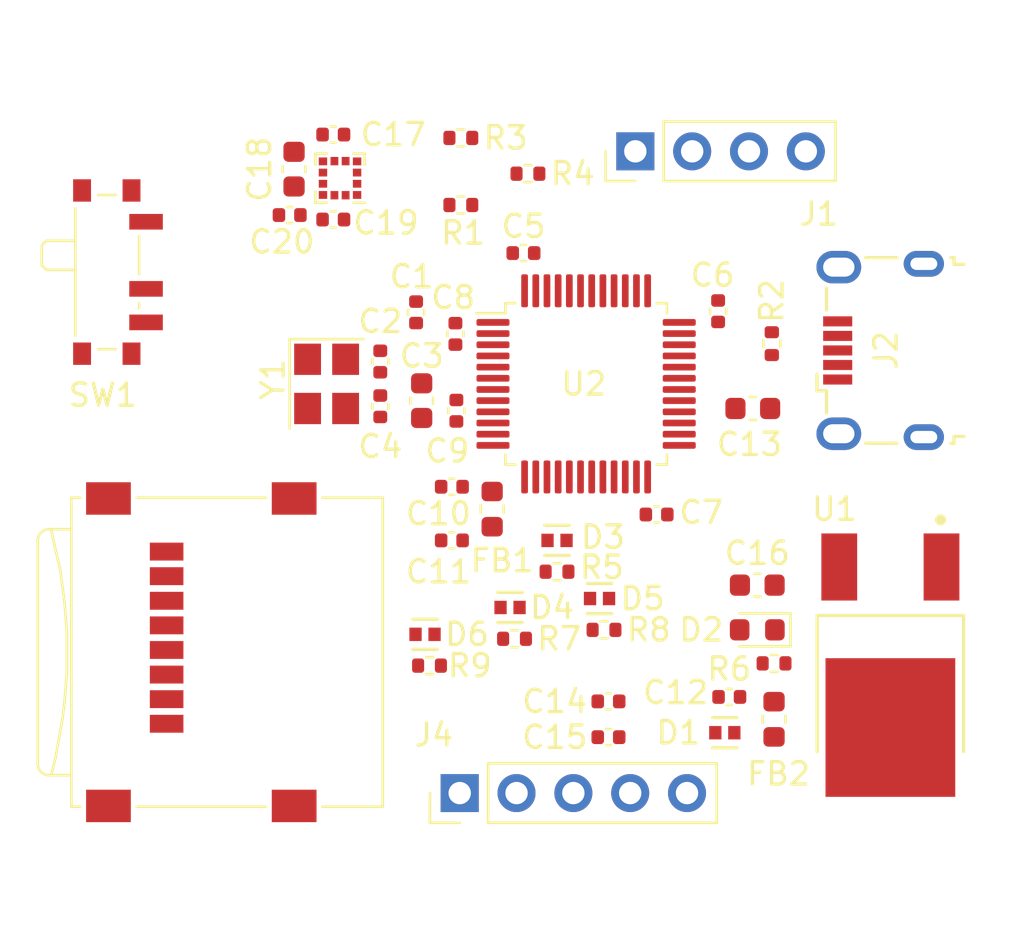
<source format=kicad_pcb>
(kicad_pcb (version 20211014) (generator pcbnew)
  (layers (0 "F.Cu" signal) (31 "B.Cu" power) (34 "B.Paste" user) (35 "F.Paste" user) (36 "B.SilkS" user "B.Silkscreen") (37 "F.SilkS" user "F.Silkscreen") (38 "B.Mask" user) (39 "F.Mask" user) (44 "Edge.Cuts" user))
  (net 0 "")
  (net 1 "/NRST")
  (net 2 "GND")
  (net 3 "/HSE_IN")
  (net 4 "+3V3")
  (net 5 "/HSE_OUT")
  (net 6 "+3.3VA")
  (net 7 "VBUS")
  (net 8 "/SD_VDD")
  (net 9 "Net-(C17-Pad1)")
  (net 10 "/PWR_LED")
  (net 11 "SD_MISO")
  (net 12 "SD_SCK")
  (net 13 "SD_MOSI")
  (net 14 "SD_SS")
  (net 15 "/SWCLK")
  (net 16 "/SWDIO")
  (net 17 "/USB_D-")
  (net 18 "/USB_D+")
  (net 24 "/GPIO_1")
  (net 25 "/GPIO_2")
  (net 26 "/GPIO_3")
  (net 27 "/SW_BOOT0")
  (net 28 "/BOOT0")
  (net 29 "IMU_SDA")
  (net 30 "IMU_SCL")
  (net 43 "/INT_MAG")
  (net 44 "/INT_ACCEL")
  (net 50 "/INT_XL")
  (footprint "Capacitor_SMD:C_0402_1005Metric" (layer "F.Cu") (at 71.758 95.7648 -90)
    (fp_text reference "C8" (at -1.6256 0.1016 180) (layer "F.SilkS"))
    (fp_text value "100n")
    (fp_line (start -0.107836 0.36) (end 0.107836 0.36) (layer "F.SilkS") (width 0.12))
    (fp_line (start -0.107836 -0.36) (end 0.107836 -0.36) (layer "F.SilkS") (width 0.12))
    (pad "1" smd roundrect locked (at -0.48 0 270) (size 0.56 0.62) (layers "F.Cu" "F.Paste" "F.Mask") (net 4 "+3V3"))
    (pad "2" smd roundrect locked (at 0.48 0 270) (size 0.56 0.62) (layers "F.Cu" "F.Paste" "F.Mask") (net 2 "GND"))
  )
  (footprint "Capacitor_SMD:C_0402_1005Metric" (layer "F.Cu") (at 71.6 102.6 180)
    (fp_text reference "C10" (at 0.6 -1.2 180) (layer "F.SilkS"))
    (fp_text value "1u")
    (fp_line (start -0.107836 -0.36) (end 0.107836 -0.36) (layer "F.SilkS") (width 0.12))
    (fp_line (start -0.107836 0.36) (end 0.107836 0.36) (layer "F.SilkS") (width 0.12))
    (pad "1" smd roundrect locked (at -0.48 0 180) (size 0.56 0.62) (layers "F.Cu" "F.Paste" "F.Mask") (net 6 "+3.3VA"))
    (pad "2" smd roundrect locked (at 0.48 0 180) (size 0.56 0.62) (layers "F.Cu" "F.Paste" "F.Mask") (net 2 "GND"))
  )
  (footprint "Resistor_SMD:R_0402_1005Metric" (layer "F.Cu") (at 72 87 180)
    (fp_text reference "R3" (at -2 0) (layer "F.SilkS"))
    (fp_text value "1k5")
    (fp_line (start -0.153641 0.38) (end 0.153641 0.38) (layer "F.SilkS") (width 0.12))
    (fp_line (start -0.153641 -0.38) (end 0.153641 -0.38) (layer "F.SilkS") (width 0.12))
    (pad "1" smd roundrect locked (at -0.51 0 180) (size 0.54 0.64) (layers "F.Cu" "F.Paste" "F.Mask") (net 4 "+3V3"))
    (pad "2" smd roundrect locked (at 0.51 0 180) (size 0.54 0.64) (layers "F.Cu" "F.Paste" "F.Mask") (net 29 "IMU_SDA"))
  )
  (footprint "Resistor_SMD:R_0402_1005Metric" (layer "F.Cu") (at 85.9 96.2 -90)
    (fp_text reference "R2" (at -1.91 0 90) (layer "F.SilkS"))
    (fp_text value "1k5")
    (fp_line (start -0.153641 0.38) (end 0.153641 0.38) (layer "F.SilkS") (width 0.12))
    (fp_line (start -0.153641 -0.38) (end 0.153641 -0.38) (layer "F.SilkS") (width 0.12))
    (pad "1" smd roundrect locked (at -0.51 0 270) (size 0.54 0.64) (layers "F.Cu" "F.Paste" "F.Mask") (net 4 "+3V3"))
    (pad "2" smd roundrect locked (at 0.51 0 270) (size 0.54 0.64) (layers "F.Cu" "F.Paste" "F.Mask") (net 18 "/USB_D+"))
  )
  (footprint "Capacitor_SMD:C_0402_1005Metric" (layer "F.Cu") (at 74.8 92.15)
    (fp_text reference "C5" (at 0 -1.2) (layer "F.SilkS"))
    (fp_text value "100n")
    (fp_line (start -0.107836 0.36) (end 0.107836 0.36) (layer "F.SilkS") (width 0.12))
    (fp_line (start -0.107836 -0.36) (end 0.107836 -0.36) (layer "F.SilkS") (width 0.12))
    (pad "1" smd roundrect locked (at -0.48 0) (size 0.56 0.62) (layers "F.Cu" "F.Paste" "F.Mask") (net 4 "+3V3"))
    (pad "2" smd roundrect locked (at 0.48 0) (size 0.56 0.62) (layers "F.Cu" "F.Paste" "F.Mask") (net 2 "GND"))
  )
  (footprint "Package_QFP:LQFP-48_7x7mm_P0.5mm" (layer "F.Cu") (at 77.6 98)
    (fp_text reference "U2" (at -0.1 0) (layer "F.SilkS"))
    (fp_text value "STM32F103CBT6")
    (fp_line (start 3.61 3.61) (end 3.61 3.16) (layer "F.SilkS") (width 0.12))
    (fp_line (start 3.16 3.61) (end 3.61 3.61) (layer "F.SilkS") (width 0.12))
    (fp_line (start -3.61 -3.16) (end -4.9 -3.16) (layer "F.SilkS") (width 0.12))
    (fp_line (start -3.61 3.61) (end -3.61 3.16) (layer "F.SilkS") (width 0.12))
    (fp_line (start -3.16 -3.61) (end -3.61 -3.61) (layer "F.SilkS") (width 0.12))
    (fp_line (start 3.16 -3.61) (end 3.61 -3.61) (layer "F.SilkS") (width 0.12))
    (fp_line (start -3.61 -3.61) (end -3.61 -3.16) (layer "F.SilkS") (width 0.12))
    (fp_line (start -3.16 3.61) (end -3.61 3.61) (layer "F.SilkS") (width 0.12))
    (fp_line (start 3.61 -3.61) (end 3.61 -3.16) (layer "F.SilkS") (width 0.12))
    (pad "1" smd roundrect locked (at -4.1625 -2.75) (size 1.475 0.3) (layers "F.Cu" "F.Paste" "F.Mask") (net 4 "+3V3"))
    (pad "2" smd roundrect locked (at -4.1625 -2.25) (size 1.475 0.3) (layers "F.Cu" "F.Paste" "F.Mask"))
    (pad "3" smd roundrect locked (at -4.1625 -1.75) (size 1.475 0.3) (layers "F.Cu" "F.Paste" "F.Mask"))
    (pad "4" smd roundrect locked (at -4.1625 -1.25) (size 1.475 0.3) (layers "F.Cu" "F.Paste" "F.Mask"))
    (pad "5" smd roundrect locked (at -4.1625 -0.75) (size 1.475 0.3) (layers "F.Cu" "F.Paste" "F.Mask") (net 3 "/HSE_IN"))
    (pad "6" smd roundrect locked (at -4.1625 -0.25) (size 1.475 0.3) (layers "F.Cu" "F.Paste" "F.Mask") (net 5 "/HSE_OUT"))
    (pad "7" smd roundrect locked (at -4.1625 0.25) (size 1.475 0.3) (layers "F.Cu" "F.Paste" "F.Mask") (net 1 "/NRST"))
    (pad "8" smd roundrect locked (at -4.1625 0.75) (size 1.475 0.3) (layers "F.Cu" "F.Paste" "F.Mask") (net 2 "GND"))
    (pad "9" smd roundrect locked (at -4.1625 1.25) (size 1.475 0.3) (layers "F.Cu" "F.Paste" "F.Mask") (net 6 "+3.3VA"))
    (pad "10" smd roundrect locked (at -4.1625 1.75) (size 1.475 0.3) (layers "F.Cu" "F.Paste" "F.Mask"))
    (pad "11" smd roundrect locked (at -4.1625 2.25) (size 1.475 0.3) (layers "F.Cu" "F.Paste" "F.Mask"))
    (pad "12" smd roundrect locked (at -4.1625 2.75) (size 1.475 0.3) (layers "F.Cu" "F.Paste" "F.Mask"))
    (pad "13" smd roundrect locked (at -2.75 4.1625) (size 0.3 1.475) (layers "F.Cu" "F.Paste" "F.Mask"))
    (pad "14" smd roundrect locked (at -2.25 4.1625) (size 0.3 1.475) (layers "F.Cu" "F.Paste" "F.Mask") (net 14 "SD_SS"))
    (pad "15" smd roundrect locked (at -1.75 4.1625) (size 0.3 1.475) (layers "F.Cu" "F.Paste" "F.Mask") (net 12 "SD_SCK"))
    (pad "16" smd roundrect locked (at -1.25 4.1625) (size 0.3 1.475) (layers "F.Cu" "F.Paste" "F.Mask") (net 11 "SD_MISO"))
    (pad "17" smd roundrect locked (at -0.75 4.1625) (size 0.3 1.475) (layers "F.Cu" "F.Paste" "F.Mask") (net 13 "SD_MOSI"))
    (pad "18" smd roundrect locked (at -0.25 4.1625) (size 0.3 1.475) (layers "F.Cu" "F.Paste" "F.Mask") (net 24 "/GPIO_1"))
    (pad "19" smd roundrect locked (at 0.25 4.1625) (size 0.3 1.475) (layers "F.Cu" "F.Paste" "F.Mask") (net 25 "/GPIO_2"))
    (pad "20" smd roundrect locked (at 0.75 4.1625) (size 0.3 1.475) (layers "F.Cu" "F.Paste" "F.Mask") (net 26 "/GPIO_3"))
    (pad "21" smd roundrect locked (at 1.25 4.1625) (size 0.3 1.475) (layers "F.Cu" "F.Paste" "F.Mask"))
    (pad "22" smd roundrect locked (at 1.75 4.1625) (size 0.3 1.475) (layers "F.Cu" "F.Paste" "F.Mask"))
    (pad "23" smd roundrect locked (at 2.25 4.1625) (size 0.3 1.475) (layers "F.Cu" "F.Paste" "F.Mask") (net 2 "GND"))
    (pad "24" smd roundrect locked (at 2.75 4.1625) (size 0.3 1.475) (layers "F.Cu" "F.Paste" "F.Mask") (net 4 "+3V3"))
    (pad "25" smd roundrect locked (at 4.1625 2.75) (size 1.475 0.3) (layers "F.Cu" "F.Paste" "F.Mask"))
    (pad "26" smd roundrect locked (at 4.1625 2.25) (size 1.475 0.3) (layers "F.Cu" "F.Paste" "F.Mask"))
    (pad "27" smd roundrect locked (at 4.1625 1.75) (size 1.475 0.3) (layers "F.Cu" "F.Paste" "F.Mask"))
    (pad "28" smd roundrect locked (at 4.1625 1.25) (size 1.475 0.3) (layers "F.Cu" "F.Paste" "F.Mask"))
    (pad "29" smd roundrect locked (at 4.1625 0.75) (size 1.475 0.3) (layers "F.Cu" "F.Paste" "F.Mask"))
    (pad "30" smd roundrect locked (at 4.1625 0.25) (size 1.475 0.3) (layers "F.Cu" "F.Paste" "F.Mask"))
    (pad "31" smd roundrect locked (at 4.1625 -0.25) (size 1.475 0.3) (layers "F.Cu" "F.Paste" "F.Mask"))
    (pad "32" smd roundrect locked (at 4.1625 -0.75) (size 1.475 0.3) (layers "F.Cu" "F.Paste" "F.Mask") (net 17 "/USB_D-"))
    (pad "33" smd roundrect locked (at 4.1625 -1.25) (size 1.475 0.3) (layers "F.Cu" "F.Paste" "F.Mask") (net 18 "/USB_D+"))
    (pad "34" smd roundrect locked (at 4.1625 -1.75) (size 1.475 0.3) (layers "F.Cu" "F.Paste" "F.Mask") (net 16 "/SWDIO"))
    (pad "35" smd roundrect locked (at 4.1625 -2.25) (size 1.475 0.3) (layers "F.Cu" "F.Paste" "F.Mask") (net 2 "GND"))
    (pad "36" smd roundrect locked (at 4.1625 -2.75) (size 1.475 0.3) (layers "F.Cu" "F.Paste" "F.Mask") (net 4 "+3V3"))
    (pad "37" smd roundrect locked (at 2.75 -4.1625) (size 0.3 1.475) (layers "F.Cu" "F.Paste" "F.Mask") (net 15 "/SWCLK"))
    (pad "38" smd roundrect locked (at 2.25 -4.1625) (size 0.3 1.475) (layers "F.Cu" "F.Paste" "F.Mask"))
    (pad "39" smd roundrect locked (at 1.75 -4.1625) (size 0.3 1.475) (layers "F.Cu" "F.Paste" "F.Mask"))
    (pad "40" smd roundrect locked (at 1.25 -4.1625) (size 0.3 1.475) (layers "F.Cu" "F.Paste" "F.Mask"))
    (pad "41" smd roundrect locked (at 0.75 -4.1625) (size 0.3 1.475) (layers "F.Cu" "F.Paste" "F.Mask"))
    (pad "42" smd roundrect locked (at 0.25 -4.1625) (size 0.3 1.475) (layers "F.Cu" "F.Paste" "F.Mask") (net 30 "IMU_SCL"))
    (pad "43" smd roundrect locked (at -0.25 -4.1625) (size 0.3 1.475) (layers "F.Cu" "F.Paste" "F.Mask") (net 29 "IMU_SDA"))
    (pad "44" smd roundrect locked (at -0.75 -4.1625) (size 0.3 1.475) (layers "F.Cu" "F.Paste" "F.Mask") (net 28 "/BOOT0"))
    (pad "45" smd roundrect locked (at -1.25 -4.1625) (size 0.3 1.475) (layers "F.Cu" "F.Paste" "F.Mask") (net 43 "/INT_MAG"))
    (pad "46" smd roundrect locked (at -1.75 -4.1625) (size 0.3 1.475) (layers "F.Cu" "F.Paste" "F.Mask") (net 50 "/INT_XL"))
    (pad "47" smd roundrect locked (at -2.25 -4.1625) (size 0.3 1.475) (layers "F.Cu" "F.Paste" "F.Mask") (net 2 "GND"))
    (pad "48" smd roundrect locked (at -2.75 -4.1625) (size 0.3 1.475) (layers "F.Cu" "F.Paste" "F.Mask") (net 4 "+3V3"))
  )
  (footprint "eec:ON_Semi-CASE_369C-0-0-0" (layer "F.Cu") (at 91.2 111.403751 180)
    (fp_text reference "U1" (at 1.4 7.803751 180) (layer "F.SilkS") (effects (justify right)))
    (fp_text value "NCP5501DT33RKG" hide)
    (fp_line (start -3.27 3.0475) (end -3.27 -3.0425) (layer "F.SilkS") (width 0.15))
    (fp_line (start 3.27 3.0475) (end 3.27 -3.0475) (layer "F.SilkS") (width 0.15))
    (fp_line (start -3.27 3.0475) (end 3.27 3.0475) (layer "F.SilkS") (width 0.15))
    (fp_circle (center -2.245 7.3225) (end -2.12 7.3225) (layer "F.SilkS") (width 0.25) (fill none))
    (pad "1" smd rect locked (at -2.285 5.215 180) (size 1.6 3) (layers "F.Cu" "F.Paste" "F.Mask") (net 7 "VBUS"))
    (pad "3" smd rect locked (at 2.285 5.215 180) (size 1.6 3) (layers "F.Cu" "F.Paste" "F.Mask") (net 4 "+3V3"))
    (pad "TAB" smd rect locked (at 0 -1.965 180) (size 5.8 6.2) (layers "F.Cu" "F.Paste" "F.Mask") (net 2 "GND"))
  )
  (footprint "Capacitor_SMD:C_0402_1005Metric" (layer "F.Cu") (at 66.3 86.85 180)
    (fp_text reference "C17" (at -2.677 0) (layer "F.SilkS"))
    (fp_text value "100n")
    (fp_line (start -0.107836 0.36) (end 0.107836 0.36) (layer "F.SilkS") (width 0.12))
    (fp_line (start -0.107836 -0.36) (end 0.107836 -0.36) (layer "F.SilkS") (width 0.12))
    (pad "1" smd roundrect locked (at -0.48 0 180) (size 0.56 0.62) (layers "F.Cu" "F.Paste" "F.Mask") (net 9 "Net-(C17-Pad1)"))
    (pad "2" smd roundrect locked (at 0.48 0 180) (size 0.56 0.62) (layers "F.Cu" "F.Paste" "F.Mask") (net 2 "GND"))
  )
  (footprint "Capacitor_SMD:C_0603_1608Metric" (layer "F.Cu") (at 70.25 98.75 90)
    (fp_text reference "C3" (at 2 0 180) (layer "F.SilkS"))
    (fp_text value "10u")
    (fp_line (start -0.14058 0.51) (end 0.14058 0.51) (layer "F.SilkS") (width 0.12))
    (fp_line (start -0.14058 -0.51) (end 0.14058 -0.51) (layer "F.SilkS") (width 0.12))
    (pad "1" smd roundrect locked (at -0.775 0 90) (size 0.9 0.95) (layers "F.Cu" "F.Paste" "F.Mask") (net 2 "GND"))
    (pad "2" smd roundrect locked (at 0.775 0 90) (size 0.9 0.95) (layers "F.Cu" "F.Paste" "F.Mask") (net 4 "+3V3"))
  )
  (footprint "Resistor_SMD:R_0402_1005Metric" (layer "F.Cu") (at 72 90)
    (fp_text reference "R1" (at 0.1 1.25) (layer "F.SilkS"))
    (fp_text value "10k")
    (fp_line (start -0.153641 -0.38) (end 0.153641 -0.38) (layer "F.SilkS") (width 0.12))
    (fp_line (start -0.153641 0.38) (end 0.153641 0.38) (layer "F.SilkS") (width 0.12))
    (pad "1" smd roundrect locked (at -0.51 0) (size 0.54 0.64) (layers "F.Cu" "F.Paste" "F.Mask") (net 27 "/SW_BOOT0"))
    (pad "2" smd roundrect locked (at 0.51 0) (size 0.54 0.64) (layers "F.Cu" "F.Paste" "F.Mask") (net 28 "/BOOT0"))
  )
  (footprint "Inductor_SMD:L_0603_1608Metric" (layer "F.Cu") (at 86 113 -90)
    (fp_text reference "FB2" (at 2.44 -0.2 180) (layer "F.SilkS"))
    (fp_text value "FerriteBead")
    (fp_line (start -0.162779 0.51) (end 0.162779 0.51) (layer "F.SilkS") (width 0.12))
    (fp_line (start -0.162779 -0.51) (end 0.162779 -0.51) (layer "F.SilkS") (width 0.12))
    (pad "1" smd roundrect locked (at -0.7875 0 270) (size 0.875 0.95) (layers "F.Cu" "F.Paste" "F.Mask") (net 4 "+3V3"))
    (pad "2" smd roundrect locked (at 0.7875 0 270) (size 0.875 0.95) (layers "F.Cu" "F.Paste" "F.Mask") (net 8 "/SD_VDD"))
  )
  (footprint "esd2:Semtech-SLP1006P2-0-0-MFG" (layer "F.Cu") (at 78.2 107.6)
    (fp_text reference "D5" (at 3 0) (layer "F.SilkS") (effects (justify right)))
    (fp_text value "SM6T12A" hide)
    (fp_line (start 0.55 0.675) (end -0.55 0.675) (layer "F.SilkS") (width 0.15))
    (fp_line (start -0.55 -0.675) (end 0.55 -0.675) (layer "F.SilkS") (width 0.15))
    (pad "1" smd rect locked (at -0.425 0) (size 0.55 0.6) (layers "F.Cu" "F.Paste" "F.Mask") (net 13 "SD_MOSI"))
    (pad "2" smd rect locked (at 0.425 0) (size 0.55 0.6) (layers "F.Cu" "F.Paste" "F.Mask") (net 2 "GND"))
  )
  (footprint "Package_LGA:LGA-12_2x2mm_P0.5mm" (layer "F.Cu") (at 66.6 88.8 180)
    (fp_text reference "U3" hide)
    (fp_text value "LSM303C")
    (fp_line (start -1.1 1.1) (end -1.1 0.6) (layer "F.SilkS") (width 0.12))
    (fp_line (start 1.1 -0.6) (end 1.1 -0.6) (layer "F.SilkS") (width 0.12))
    (fp_line (start 1.1 1.1) (end 0.6 1.1) (layer "F.SilkS") (width 0.12))
    (fp_line (start 1.1 0.6) (end 1.1 1.1) (layer "F.SilkS") (width 0.12))
    (fp_line (start 0.6 -1.1) (end 1.1 -1.1) (layer "F.SilkS") (width 0.12))
    (fp_line (start -1.1 0.6) (end -1.1 0.6) (layer "F.SilkS") (width 0.12))
    (fp_line (start 1.1 -1.1) (end 1.1 -0.6) (layer "F.SilkS") (width 0.12))
    (fp_line (start -0.6 -1.1) (end -1.1 -1.1) (layer "F.SilkS") (width 0.12))
    (fp_line (start -1.1 -1.1) (end -1.1 -1.1) (layer "F.SilkS") (width 0.12))
    (fp_line (start -0.6 1.1) (end -1.1 1.1) (layer "F.SilkS") (width 0.12))
    (fp_line (start 0.6 1.1) (end 0.6 1.1) (layer "F.SilkS") (width 0.12))
    (pad "1" smd rect locked (at -0.7625 -0.75 180) (size 0.375 0.35) (layers "F.Cu" "F.Paste" "F.Mask") (net 30 "IMU_SCL"))
    (pad "2" smd rect locked (at -0.7625 -0.25 180) (size 0.375 0.35) (layers "F.Cu" "F.Paste" "F.Mask") (net 4 "+3V3"))
    (pad "3" smd rect locked (at -0.7625 0.25 180) (size 0.375 0.35) (layers "F.Cu" "F.Paste" "F.Mask") (net 4 "+3V3"))
    (pad "4" smd rect locked (at -0.7625 0.75 180) (size 0.375 0.35) (layers "F.Cu" "F.Paste" "F.Mask") (net 29 "IMU_SDA"))
    (pad "5" smd rect locked (at -0.25 0.7625 270) (size 0.375 0.35) (layers "F.Cu" "F.Paste" "F.Mask") (net 9 "Net-(C17-Pad1)"))
    (pad "6" smd rect locked (at 0.25 0.7625 270) (size 0.375 0.35) (layers "F.Cu" "F.Paste" "F.Mask") (net 2 "GND"))
    (pad "7" smd rect locked (at 0.7625 0.75 180) (size 0.375 0.35) (layers "F.Cu" "F.Paste" "F.Mask") (net 43 "/INT_MAG"))
    (pad "8" smd rect locked (at 0.7625 0.25 180) (size 0.375 0.35) (layers "F.Cu" "F.Paste" "F.Mask") (net 2 "GND"))
    (pad "9" smd rect locked (at 0.7625 -0.25 180) (size 0.375 0.35) (layers "F.Cu" "F.Paste" "F.Mask") (net 4 "+3V3"))
    (pad "10" smd rect locked (at 0.7625 -0.75 180) (size 0.375 0.35) (layers "F.Cu" "F.Paste" "F.Mask") (net 4 "+3V3"))
    (pad "11" smd rect locked (at 0.25 -0.7625 270) (size 0.375 0.35) (layers "F.Cu" "F.Paste" "F.Mask"))
    (pad "12" smd rect locked (at -0.25 -0.7625 270) (size 0.375 0.35) (layers "F.Cu" "F.Paste" "F.Mask") (net 44 "/INT_ACCEL"))
  )
  (footprint "Connector_USB:USB_Micro-B_Wuerth_629105150521" (layer "F.Cu") (at 90.745 96.505 90)
    (fp_text reference "J2" (at 0.005 0.255 90) (layer "F.SilkS"))
    (fp_text value "USB_B_Micro")
    (fp_line (start 3.85 3.3) (end 4.15 3.3) (layer "F.SilkS") (width 0.15))
    (fp_line (start -1.075 -2.825) (end -1.8 -2.825) (layer "F.SilkS") (width 0.15))
    (fp_line (start -4.15 3.3) (end -3.85 3.3) (layer "F.SilkS") (width 0.15))
    (fp_line (start -1.8 -2.4) (end -2.8 -2.4) (layer "F.SilkS") (width 0.15))
    (fp_line (start 3.85 3.75) (end 3.85 3.3) (layer "F.SilkS") (width 0.15))
    (fp_line (start 4.15 0.75) (end 4.15 -0.65) (layer "F.SilkS") (width 0.15))
    (fp_line (start -4.15 3.15) (end -4.15 3.3) (layer "F.SilkS") (width 0.15))
    (fp_line (start -4.15 -0.65) (end -4.15 0.75) (layer "F.SilkS") (width 0.15))
    (fp_line (start -3.85 3.3) (end -3.85 3.75) (layer "F.SilkS") (width 0.15))
    (fp_line (start 1.8 -2.4) (end 2.8 -2.4) (layer "F.SilkS") (width 0.15))
    (fp_line (start -1.8 -2.825) (end -1.8 -2.4) (layer "F.SilkS") (width 0.15))
    (fp_line (start 4.15 3.3) (end 4.15 3.15) (layer "F.SilkS") (width 0.15))
    (pad "" np_thru_hole oval locked (at -2.5 -0.8 90) (size 0.8 0.8) (drill 0.8) (layers *.Cu *.Mask))
    (pad "" np_thru_hole oval locked (at 2.5 -0.8 90) (size 0.8 0.8) (drill 0.8) (layers *.Cu *.Mask))
    (pad "1" smd rect locked (at -1.3 -1.9 90) (size 0.45 1.3) (layers "F.Cu" "F.Paste" "F.Mask") (net 7 "VBUS"))
    (pad "2" smd rect locked (at -0.65 -1.9 90) (size 0.45 1.3) (layers "F.Cu" "F.Paste" "F.Mask") (net 17 "/USB_D-"))
    (pad "3" smd rect locked (at 0 -1.9 90) (size 0.45 1.3) (layers "F.Cu" "F.Paste" "F.Mask") (net 18 "/USB_D+"))
    (pad "4" smd rect locked (at 0.65 -1.9 90) (size 0.45 1.3) (layers "F.Cu" "F.Paste" "F.Mask"))
    (pad "5" smd rect locked (at 1.3 -1.9 90) (size 0.45 1.3) (layers "F.Cu" "F.Paste" "F.Mask") (net 2 "GND"))
    (pad "6" thru_hole oval locked (at -3.875 1.95 90) (size 1.15 1.8) (drill oval 0.55 1.2) (layers *.Cu *.Mask))
    (pad "6" thru_hole oval locked (at 3.875 1.95 90) (size 1.15 1.8) (drill oval 0.55 1.2) (layers *.Cu *.Mask))
    (pad "6" thru_hole oval locked (at 3.725 -1.85 90) (size 1.45 2) (drill oval 0.85 1.4) (layers *.Cu *.Mask))
    (pad "6" thru_hole oval locked (at -3.725 -1.85 90) (size 1.45 2) (drill oval 0.85 1.4) (layers *.Cu *.Mask))
  )
  (footprint "Capacitor_SMD:C_0402_1005Metric" (layer "F.Cu") (at 71.6 105 180)
    (fp_text reference "C11" (at 0.6 -1.4 180) (layer "F.SilkS"))
    (fp_text value "1u")
    (fp_line (start -0.107836 -0.36) (end 0.107836 -0.36) (layer "F.SilkS") (width 0.12))
    (fp_line (start -0.107836 0.36) (end 0.107836 0.36) (layer "F.SilkS") (width 0.12))
    (pad "1" smd roundrect locked (at -0.48 0 180) (size 0.56 0.62) (layers "F.Cu" "F.Paste" "F.Mask") (net 4 "+3V3"))
    (pad "2" smd roundrect locked (at 0.48 0 180) (size 0.56 0.62) (layers "F.Cu" "F.Paste" "F.Mask") (net 2 "GND"))
  )
  (footprint "Capacitor_SMD:C_0402_1005Metric" (layer "F.Cu") (at 66.3 90.65)
    (fp_text reference "C19" (at 2.35 0.15 180) (layer "F.SilkS"))
    (fp_text value "100n")
    (fp_line (start -0.107836 -0.36) (end 0.107836 -0.36) (layer "F.SilkS") (width 0.12))
    (fp_line (start -0.107836 0.36) (end 0.107836 0.36) (layer "F.SilkS") (width 0.12))
    (pad "1" smd roundrect locked (at -0.48 0) (size 0.56 0.62) (layers "F.Cu" "F.Paste" "F.Mask") (net 4 "+3V3"))
    (pad "2" smd roundrect locked (at 0.48 0) (size 0.56 0.62) (layers "F.Cu" "F.Paste" "F.Mask") (net 2 "GND"))
  )
  (footprint "Resistor_SMD:R_0402_1005Metric" (layer "F.Cu") (at 78.4 109 180)
    (fp_text reference "R8" (at -2 0) (layer "F.SilkS"))
    (fp_text value "10k")
    (fp_line (start -0.153641 -0.38) (end 0.153641 -0.38) (layer "F.SilkS") (width 0.12))
    (fp_line (start -0.153641 0.38) (end 0.153641 0.38) (layer "F.SilkS") (width 0.12))
    (pad "1" smd roundrect locked (at -0.51 0 180) (size 0.54 0.64) (layers "F.Cu" "F.Paste" "F.Mask") (net 4 "+3V3"))
    (pad "2" smd roundrect locked (at 0.51 0 180) (size 0.54 0.64) (layers "F.Cu" "F.Paste" "F.Mask") (net 13 "SD_MOSI"))
  )
  (footprint "Capacitor_SMD:C_0402_1005Metric" (layer "F.Cu") (at 80.75 103.842 180)
    (fp_text reference "C7" (at -2 0.092) (layer "F.SilkS"))
    (fp_text value "100n")
    (fp_line (start -0.107836 -0.36) (end 0.107836 -0.36) (layer "F.SilkS") (width 0.12))
    (fp_line (start -0.107836 0.36) (end 0.107836 0.36) (layer "F.SilkS") (width 0.12))
    (pad "1" smd roundrect locked (at -0.48 0 180) (size 0.56 0.62) (layers "F.Cu" "F.Paste" "F.Mask") (net 4 "+3V3"))
    (pad "2" smd roundrect locked (at 0.48 0 180) (size 0.56 0.62) (layers "F.Cu" "F.Paste" "F.Mask") (net 2 "GND"))
  )
  (footprint "Resistor_SMD:R_0402_1005Metric" (layer "F.Cu") (at 76.3 106.4 180)
    (fp_text reference "R5" (at -2 0.2) (layer "F.SilkS"))
    (fp_text value "10k")
    (fp_line (start -0.153641 0.38) (end 0.153641 0.38) (layer "F.SilkS") (width 0.12))
    (fp_line (start -0.153641 -0.38) (end 0.153641 -0.38) (layer "F.SilkS") (width 0.12))
    (pad "1" smd roundrect locked (at -0.51 0 180) (size 0.54 0.64) (layers "F.Cu" "F.Paste" "F.Mask") (net 4 "+3V3"))
    (pad "2" smd roundrect locked (at 0.51 0 180) (size 0.54 0.64) (layers "F.Cu" "F.Paste" "F.Mask") (net 11 "SD_MISO"))
  )
  (footprint "Capacitor_SMD:C_0402_1005Metric" (layer "F.Cu") (at 68.4 97 90)
    (fp_text reference "C2" (at 1.8 0 180) (layer "F.SilkS"))
    (fp_text value "10p")
    (fp_line (start -0.107836 -0.36) (end 0.107836 -0.36) (layer "F.SilkS") (width 0.12))
    (fp_line (start -0.107836 0.36) (end 0.107836 0.36) (layer "F.SilkS") (width 0.12))
    (pad "1" smd roundrect locked (at -0.48 0 90) (size 0.56 0.62) (layers "F.Cu" "F.Paste" "F.Mask") (net 3 "/HSE_IN"))
    (pad "2" smd roundrect locked (at 0.48 0 90) (size 0.56 0.62) (layers "F.Cu" "F.Paste" "F.Mask") (net 2 "GND"))
  )
  (footprint "Capacitor_SMD:C_0402_1005Metric" (layer "F.Cu") (at 83.5 94.75 -90)
    (fp_text reference "C6" (at -1.6156 0.25 180) (layer "F.SilkS"))
    (fp_text value "100n")
    (fp_line (start -0.107836 0.36) (end 0.107836 0.36) (layer "F.SilkS") (width 0.12))
    (fp_line (start -0.107836 -0.36) (end 0.107836 -0.36) (layer "F.SilkS") (width 0.12))
    (pad "1" smd roundrect locked (at -0.48 0 270) (size 0.56 0.62) (layers "F.Cu" "F.Paste" "F.Mask") (net 4 "+3V3"))
    (pad "2" smd roundrect locked (at 0.48 0 270) (size 0.56 0.62) (layers "F.Cu" "F.Paste" "F.Mask") (net 2 "GND"))
  )
  (footprint "Connector_PinHeader_2.54mm:PinHeader_1x04_P2.54mm_Vertical" (layer "F.Cu") (at 79.8 87.6 90)
    (fp_text reference "J1" (at -2.8 8.2) (layer "F.SilkS"))
    (fp_text value "Conn_01x04_Male")
    (fp_line (start 1.33 1.27) (end 1.33 8.95) (layer "F.SilkS") (width 0.12))
    (fp_line (start -1.33 -1.33) (end 0 -1.33) (layer "F.SilkS") (width 0.12))
    (fp_line (start -1.33 0) (end -1.33 -1.33) (layer "F.SilkS") (width 0.12))
    (fp_line (start -1.33 8.95) (end 1.33 8.95) (layer "F.SilkS") (width 0.12))
    (fp_line (start -1.33 1.27) (end 1.33 1.27) (layer "F.SilkS") (width 0.12))
    (fp_line (start -1.33 1.27) (end -1.33 8.95) (layer "F.SilkS") (width 0.12))
    (pad "1" thru_hole rect locked (at 0 0 90) (size 1.7 1.7) (drill 1) (layers *.Cu *.Mask) (net 2 "GND"))
    (pad "2" thru_hole oval locked (at 0 2.54 90) (size 1.7 1.7) (drill 1) (layers *.Cu *.Mask) (net 15 "/SWCLK"))
    (pad "3" thru_hole oval locked (at 0 5.08 90) (size 1.7 1.7) (drill 1) (layers *.Cu *.Mask) (net 16 "/SWDIO"))
    (pad "4" thru_hole oval locked (at 0 7.62 90) (size 1.7 1.7) (drill 1) (layers *.Cu *.Mask) (net 4 "+3V3"))
  )
  (footprint "Button_Switch_SMD:SW_SPDT_PCM12" (layer "F.Cu") (at 56.5 93 -90)
    (fp_text reference "SW1" (at 5.5 0.5 180) (layer "F.SilkS"))
    (fp_text value "SW_SPDT")
    (fp_line (start -1.2 3.23) (end -0.3 3.23) (layer "F.SilkS") (width 0.12))
    (fp_line (start -0.1 3.02) (end -0.3 3.23) (layer "F.SilkS") (width 0.12))
    (fp_line (start -1.4 3.02) (end -1.2 3.23) (layer "F.SilkS") (width 0.12))
    (fp_line (start 1.4 -1.12) (end 1.6 -1.12) (layer "F.SilkS") (width 0.12))
    (fp_line (start 3.45 0.72) (end 3.45 -0.07) (layer "F.SilkS") (width 0.12))
    (fp_line (start -1.4 1.73) (end -1.4 3.02) (layer "F.SilkS") (width 0.12))
    (fp_line (start -0.1 3.02) (end -0.1 1.73) (layer "F.SilkS") (width 0.12))
    (fp_line (start -3.45 -0.07) (end -3.45 0.72) (layer "F.SilkS") (width 0.12))
    (fp_line (start -1.6 -1.12) (end 0.1 -1.12) (layer "F.SilkS") (width 0.12))
    (fp_line (start -2.85 1.73) (end 2.85 1.73) (layer "F.SilkS") (width 0.12))
    (pad "" smd rect locked (at -3.65 -0.78 270) (size 1 0.8) (layers "F.Cu" "F.Paste" "F.Mask"))
    (pad "" np_thru_hole circle locked (at 1.5 0.33 270) (size 0.9 0.9) (drill 0.9) (layers *.Cu *.Mask))
    (pad "" smd rect locked (at 3.65 1.43 270) (size 1 0.8) (layers "F.Cu" "F.Paste" "F.Mask"))
    (pad "" smd rect locked (at 3.65 -0.78 270) (size 1 0.8) (layers "F.Cu" "F.Paste" "F.Mask"))
    (pad "" smd rect locked (at -3.65 1.43 270) (size 1 0.8) (layers "F.Cu" "F.Paste" "F.Mask"))
    (pad "" np_thru_hole circle locked (at -1.5 0.33 270) (size 0.9 0.9) (drill 0.9) (layers *.Cu *.Mask))
    (pad "1" smd rect locked (at -2.25 -1.43 270) (size 0.7 1.5) (layers "F.Cu" "F.Paste" "F.Mask") (net 2 "GND"))
    (pad "2" smd rect locked (at 0.75 -1.43 270) (size 0.7 1.5) (layers "F.Cu" "F.Paste" "F.Mask") (net 27 "/SW_BOOT0"))
    (pad "3" smd rect locked (at 2.25 -1.43 270) (size 0.7 1.5) (layers "F.Cu" "F.Paste" "F.Mask") (net 4 "+3V3"))
  )
  (footprint "Capacitor_SMD:C_0402_1005Metric" (layer "F.Cu") (at 78.6 112.2)
    (fp_text reference "C14" (at -2.4 0) (layer "F.SilkS"))
    (fp_text value "2u2")
    (fp_line (start -0.107836 0.36) (end 0.107836 0.36) (layer "F.SilkS") (width 0.12))
    (fp_line (start -0.107836 -0.36) (end 0.107836 -0.36) (layer "F.SilkS") (width 0.12))
    (pad "1" smd roundrect locked (at -0.48 0) (size 0.56 0.62) (layers "F.Cu" "F.Paste" "F.Mask") (net 8 "/SD_VDD"))
    (pad "2" smd roundrect locked (at 0.48 0) (size 0.56 0.62) (layers "F.Cu" "F.Paste" "F.Mask") (net 2 "GND"))
  )
  (footprint "esd2:Semtech-SLP1006P2-0-0-MFG" (layer "F.Cu") (at 74.2 108)
    (fp_text reference "D4" (at 0.8 0) (layer "F.SilkS") (effects (justify left)))
    (fp_text value "SM6T12A" hide)
    (fp_line (start -0.55 -0.675) (end 0.55 -0.675) (layer "F.SilkS") (width 0.15))
    (fp_line (start 0.55 0.675) (end -0.55 0.675) (layer "F.SilkS") (width 0.15))
    (pad "1" smd rect locked (at -0.425 0) (size 0.55 0.6) (layers "F.Cu" "F.Paste" "F.Mask") (net 12 "SD_SCK"))
    (pad "2" smd rect locked (at 0.425 0) (size 0.55 0.6) (layers "F.Cu" "F.Paste" "F.Mask") (net 2 "GND"))
  )
  (footprint "Connector_PinHeader_2.54mm:PinHeader_1x05_P2.54mm_Vertical" (layer "F.Cu") (at 71.95 116.3 90)
    (fp_text reference "J4" (at 2.6 -1.15 180) (layer "F.SilkS"))
    (fp_text value "Conn_01x05_Male")
    (fp_line (start -1.33 0) (end -1.33 -1.33) (layer "F.SilkS") (width 0.12))
    (fp_line (start -1.33 -1.33) (end 0 -1.33) (layer "F.SilkS") (width 0.12))
    (fp_line (start -1.33 1.27) (end -1.33 11.49) (layer "F.SilkS") (width 0.12))
    (fp_line (start -1.33 11.49) (end 1.33 11.49) (layer "F.SilkS") (width 0.12))
    (fp_line (start -1.33 1.27) (end 1.33 1.27) (layer "F.SilkS") (width 0.12))
    (fp_line (start 1.33 1.27) (end 1.33 11.49) (layer "F.SilkS") (width 0.12))
    (pad "1" thru_hole rect locked (at 0 0 90) (size 1.7 1.7) (drill 1) (layers *.Cu *.Mask) (net 4 "+3V3"))
    (pad "2" thru_hole oval locked (at 0 2.54 90) (size 1.7 1.7) (drill 1) (layers *.Cu *.Mask) (net 24 "/GPIO_1"))
    (pad "3" thru_hole oval locked (at 0 5.08 90) (size 1.7 1.7) (drill 1) (layers *.Cu *.Mask) (net 25 "/GPIO_2"))
    (pad "4" thru_hole oval locked (at 0 7.62 90) (size 1.7 1.7) (drill 1) (layers *.Cu *.Mask) (net 26 "/GPIO_3"))
    (pad "5" thru_hole oval locked (at 0 10.16 90) (size 1.7 1.7) (drill 1) (layers *.Cu *.Mask) (net 2 "GND"))
  )
  (footprint "Resistor_SMD:R_0402_1005Metric" (layer "F.Cu") (at 75 88.6)
    (fp_text reference "R4" (at 2 0) (layer "F.SilkS"))
    (fp_text value "1k5")
    (fp_line (start -0.153641 0.38) (end 0.153641 0.38) (layer "F.SilkS") (width 0.12))
    (fp_line (start -0.153641 -0.38) (end 0.153641 -0.38) (layer "F.SilkS") (width 0.12))
    (pad "1" smd roundrect locked (at -0.51 0) (size 0.54 0.64) (layers "F.Cu" "F.Paste" "F.Mask") (net 4 "+3V3"))
    (pad "2" smd roundrect locked (at 0.51 0) (size 0.54 0.64) (layers "F.Cu" "F.Paste" "F.Mask") (net 30 "IMU_SCL"))
  )
  (footprint "esd2:Semtech-SLP1006P2-0-0-MFG" (layer "F.Cu") (at 83.8 113.6 180)
    (fp_text reference "D1" (at 1 0) (layer "F.SilkS") (effects (justify right)))
    (fp_text value "SM6T12A" hide)
    (fp_line (start -0.55 -0.675) (end 0.55 -0.675) (layer "F.SilkS") (width 0.15))
    (fp_line (start 0.55 0.675) (end -0.55 0.675) (layer "F.SilkS") (width 0.15))
    (pad "1" smd rect locked (at -0.425 0 180) (size 0.55 0.6) (layers "F.Cu" "F.Paste" "F.Mask") (net 8 "/SD_VDD"))
    (pad "2" smd rect locked (at 0.425 0 180) (size 0.55 0.6) (layers "F.Cu" "F.Paste" "F.Mask") (net 2 "GND"))
  )
  (footprint "Resistor_SMD:R_0402_1005Metric" (layer "F.Cu") (at 70.6 110.6 180)
    (fp_text reference "R9" (at -1.8 0) (layer "F.SilkS"))
    (fp_text value "10k")
    (fp_line (start -0.153641 0.38) (end 0.153641 0.38) (layer "F.SilkS") (width 0.12))
    (fp_line (start -0.153641 -0.38) (end 0.153641 -0.38) (layer "F.SilkS") (width 0.12))
    (pad "1" smd roundrect locked (at -0.51 0 180) (size 0.54 0.64) (layers "F.Cu" "F.Paste" "F.Mask") (net 4 "+3V3"))
    (pad "2" smd roundrect locked (at 0.51 0 180) (size 0.54 0.64) (layers "F.Cu" "F.Paste" "F.Mask") (net 14 "SD_SS"))
  )
  (footprint "Capacitor_SMD:C_0402_1005Metric" (layer "F.Cu") (at 68.4 99 90)
    (fp_text reference "C4" (at -1.8 0 180) (layer "F.SilkS"))
    (fp_text value "10p")
    (fp_line (start -0.107836 0.36) (end 0.107836 0.36) (layer "F.SilkS") (width 0.12))
    (fp_line (start -0.107836 -0.36) (end 0.107836 -0.36) (layer "F.SilkS") (width 0.12))
    (pad "1" smd roundrect locked (at -0.48 0 90) (size 0.56 0.62) (layers "F.Cu" "F.Paste" "F.Mask") (net 5 "/HSE_OUT"))
    (pad "2" smd roundrect locked (at 0.48 0 90) (size 0.56 0.62) (layers "F.Cu" "F.Paste" "F.Mask") (net 2 "GND"))
  )
  (footprint "Resistor_SMD:R_0402_1005Metric" (layer "F.Cu") (at 74.4 109.4 180)
    (fp_text reference "R7" (at -2 0) (layer "F.SilkS"))
    (fp_text value "10k")
    (fp_line (start -0.153641 0.38) (end 0.153641 0.38) (layer "F.SilkS") (width 0.12))
    (fp_line (start -0.153641 -0.38) (end 0.153641 -0.38) (layer "F.SilkS") (width 0.12))
    (pad "1" smd roundrect locked (at -0.51 0 180) (size 0.54 0.64) (layers "F.Cu" "F.Paste" "F.Mask") (net 4 "+3V3"))
    (pad "2" smd roundrect locked (at 0.51 0 180) (size 0.54 0.64) (layers "F.Cu" "F.Paste" "F.Mask") (net 12 "SD_SCK"))
  )
  (footprint "Inductor_SMD:L_0603_1608Metric" (layer "F.Cu") (at 73.4 103.6 -90)
    (fp_text reference "FB1" (at 2.3 -0.45 180) (layer "F.SilkS"))
    (fp_text value "120R@100Hz")
    (fp_line (start -0.162779 -0.51) (end 0.162779 -0.51) (layer "F.SilkS") (width 0.12))
    (fp_line (start -0.162779 0.51) (end 0.162779 0.51) (layer "F.SilkS") (width 0.12))
    (pad "1" smd roundrect locked (at -0.7875 0 270) (size 0.875 0.95) (layers "F.Cu" "F.Paste" "F.Mask") (net 6 "+3.3VA"))
    (pad "2" smd roundrect locked (at 0.7875 0 270) (size 0.875 0.95) (layers "F.Cu" "F.Paste" "F.Mask") (net 4 "+3V3"))
  )
  (footprint "Capacitor_SMD:C_0402_1005Metric" (layer "F.Cu") (at 70 94.8 -90)
    (fp_text reference "C1" (at -1.6 0.2 180) (layer "F.SilkS"))
    (fp_text value "100n")
    (fp_line (start -0.107836 -0.36) (end 0.107836 -0.36) (layer "F.SilkS") (width 0.12))
    (fp_line (start -0.107836 0.36) (end 0.107836 0.36) (layer "F.SilkS") (width 0.12))
    (pad "1" smd roundrect locked (at -0.48 0 270) (size 0.56 0.62) (layers "F.Cu" "F.Paste" "F.Mask") (net 1 "/NRST"))
    (pad "2" smd roundrect locked (at 0.48 0 270) (size 0.56 0.62) (layers "F.Cu" "F.Paste" "F.Mask") (net 2 "GND"))
  )
  (footprint "LED_SMD:LED_0603_1608Metric" (layer "F.Cu") (at 85.25 109 180)
    (fp_text reference "D2" (at 2.5 0) (layer "F.SilkS"))
    (fp_text value "LED")
    (fp_line (start 0.8 -0.735) (end -1.485 -0.735) (layer "F.SilkS") (width 0.12))
    (fp_line (start -1.485 -0.735) (end -1.485 0.735) (layer "F.SilkS") (width 0.12))
    (fp_line (start -1.485 0.735) (end 0.8 0.735) (layer "F.SilkS") (width 0.12))
    (pad "1" smd roundrect locked (at -0.7875 0 180) (size 0.875 0.95) (layers "F.Cu" "F.Paste" "F.Mask") (net 10 "/PWR_LED"))
    (pad "2" smd roundrect locked (at 0.7875 0 180) (size 0.875 0.95) (layers "F.Cu" "F.Paste" "F.Mask") (net 4 "+3V3"))
  )
  (footprint "Capacitor_SMD:C_0402_1005Metric" (layer "F.Cu") (at 78.6 113.8)
    (fp_text reference "C15" (at -2.4 0) (layer "F.SilkS"))
    (fp_text value "100n")
    (fp_line (start -0.107836 0.36) (end 0.107836 0.36) (layer "F.SilkS") (width 0.12))
    (fp_line (start -0.107836 -0.36) (end 0.107836 -0.36) (layer "F.SilkS") (width 0.12))
    (pad "1" smd roundrect locked (at -0.48 0) (size 0.56 0.62) (layers "F.Cu" "F.Paste" "F.Mask") (net 8 "/SD_VDD"))
    (pad "2" smd roundrect locked (at 0.48 0) (size 0.56 0.62) (layers "F.Cu" "F.Paste" "F.Mask") (net 2 "GND"))
  )
  (footprint "Capacitor_SMD:C_0402_1005Metric" (layer "F.Cu") (at 71.8 99.2 90)
    (fp_text reference "C9" (at -1.8 -0.4 180) (layer "F.SilkS"))
    (fp_text value "100n")
    (fp_line (start -0.107836 0.36) (end 0.107836 0.36) (layer "F.SilkS") (width 0.12))
    (fp_line (start -0.107836 -0.36) (end 0.107836 -0.36) (layer "F.SilkS") (width 0.12))
    (pad "1" smd roundrect locked (at -0.48 0 90) (size 0.56 0.62) (layers "F.Cu" "F.Paste" "F.Mask") (net 6 "+3.3VA"))
    (pad "2" smd roundrect locked (at 0.48 0 90) (size 0.56 0.62) (layers "F.Cu" "F.Paste" "F.Mask") (net 2 "GND"))
  )
  (footprint "esd2:Semtech-SLP1006P2-0-0-MFG" (layer "F.Cu") (at 76.3 105)
    (fp_text reference "D3" (at 0.975 -0.15) (layer "F.SilkS") (effects (justify left)))
    (fp_text value "SM6T12A" hide)
    (fp_line (start -0.55 -0.675) (end 0.55 -0.675) (layer "F.SilkS") (width 0.15))
    (fp_line (start 0.55 0.675) (end -0.55 0.675) (layer "F.SilkS") (width 0.15))
    (pad "1" smd rect locked (at -0.425 0) (size 0.55 0.6) (layers "F.Cu" "F.Paste" "F.Mask") (net 11 "SD_MISO"))
    (pad "2" smd rect locked (at 0.425 0) (size 0.55 0.6) (layers "F.Cu" "F.Paste" "F.Mask") (net 2 "GND"))
  )
  (footprint "Capacitor_SMD:C_0402_1005Metric" (layer "F.Cu") (at 84 112 180)
    (fp_text reference "C12" (at 2.4 0.2) (layer "F.SilkS"))
    (fp_text value "2u2")
    (fp_line (start -0.107836 0.36) (end 0.107836 0.36) (layer "F.SilkS") (width 0.12))
    (fp_line (start -0.107836 -0.36) (end 0.107836 -0.36) (layer "F.SilkS") (width 0.12))
    (pad "1" smd roundrect locked (at -0.48 0 180) (size 0.56 0.62) (layers "F.Cu" "F.Paste" "F.Mask") (net 4 "+3V3"))
    (pad "2" smd roundrect locked (at 0.48 0 180) (size 0.56 0.62) (layers "F.Cu" "F.Paste" "F.Mask") (net 2 "GND"))
  )
  (footprint "Capacitor_SMD:C_0603_1608Metric" (layer "F.Cu") (at 85.25 107)
    (fp_text reference "C16" (at 0 -1.43) (layer "F.SilkS"))
    (fp_text value "4.7u")
    (fp_line (start -0.14058 0.51) (end 0.14058 0.51) (layer "F.SilkS") (width 0.12))
    (fp_line (start -0.14058 -0.51) (end 0.14058 -0.51) (layer "F.SilkS") (width 0.12))
    (pad "1" smd roundrect locked (at -0.775 0) (size 0.9 0.95) (layers "F.Cu" "F.Paste" "F.Mask") (net 4 "+3V3"))
    (pad "2" smd roundrect locked (at 0.775 0) (size 0.9 0.95) (layers "F.Cu" "F.Paste" "F.Mask") (net 2 "GND"))
  )
  (footprint "Connector_Card:microSD_HC_Wuerth_693072010801" (layer "F.Cu") (at 60.4 110 90)
    (fp_text reference "J3" hide)
    (fp_text value "Micro_SD_Card")
    (fp_line (start 5.5 -5.81) (end 5.5 -6.81) (layer "F.SilkS") (width 0.12))
    (fp_line (start -5 -7.31) (end 5 -7.31) (layer "F.SilkS") (width 0.12))
    (fp_line (start 2.2 -6.11) (end 3.7 -6.31) (layer "F.SilkS") (width 0.12))
    (fp_line (start 0.9 -6.01) (end 2.2 -6.11) (layer "F.SilkS") (width 0.12))
    (fp_line (start -6.91 -5.81) (end 6.91 -5.81) (layer "F.SilkS") (width 0.12))
    (fp_line (start -2.2 -6.11) (end -0.9 -6.01) (layer "F.SilkS") (width 0.12))
    (fp_line (start 5 -6.61) (end 5.5 -6.71) (layer "F.SilkS") (width 0.12))
    (fp_line (start 3.7 -6.31) (end 5 -6.61) (layer "F.SilkS") (width 0.12))
    (fp_line (start 6.91 8.11) (end -6.91 8.11) (layer "F.SilkS") (width 0.12))
    (fp_line (start -0.9 -6.01) (end 0.9 -6.01) (layer "F.SilkS") (width 0.12))
    (fp_line (start -6.91 -5.81) (end -6.91 -5.41) (layer "F.SilkS") (width 0.12))
    (fp_line (start 6.91 5.41) (end 6.91 8.11) (layer "F.SilkS") (width 0.12))
    (fp_line (start 6.91 -5.81) (end 6.91 -5.41) (layer "F.SilkS") (width 0.12))
    (fp_line (start -6.91 -2.89) (end -6.91 2.89) (layer "F.SilkS") (width 0.12))
    (fp_line (start -6.91 5.41) (end -6.91 8.11) (layer "F.SilkS") (width 0.12))
    (fp_line (start -4.7 -6.51) (end -3 -6.21) (layer "F.SilkS") (width 0.12))
    (fp_line (start 6.91 -2.89) (end 6.91 2.89) (layer "F.SilkS") (width 0.12))
    (fp_line (start -3 -6.21) (end -2.2 -6.11) (layer "F.SilkS") (width 0.12))
    (fp_line (start -5.5 -6.71) (end -4.7 -6.51) (layer "F.SilkS") (width 0.12))
    (fp_line (start -5.5 -5.81) (end -5.5 -6.81) (layer "F.SilkS") (width 0.12))
    (fp_arc (start 5 -7.31) (mid 5.353553 -7.163553) (end 5.5 -6.81) (layer "F.SilkS") (width 0.12))
    (fp_arc (start -5.5 -6.81) (mid -5.353553 -7.163553) (end -5 -7.31) (layer "F.SilkS") (width 0.12))
    (pad "1" smd rect locked (at -3.2 -1.55 90) (size 0.8 1.5) (layers "F.Cu" "F.Paste" "F.Mask"))
    (pad "2" smd rect locked (at -2.1 -1.55 90) (size 0.8 1.5) (layers "F.Cu" "F.Paste" "F.Mask") (net 14 "SD_SS"))
    (pad "3" smd rect locked (at -1 -1.55 90) (size 0.8 1.5) (layers "F.Cu" "F.Paste" "F.Mask") (net 13 "SD_MOSI"))
    (pad "4" smd rect locked (at 0.1 -1.55 90) (size 0.8 1.5) (layers "F.Cu" "F.Paste" "F.Mask") (net 8 "/SD_VDD"))
    (pad "5" smd rect locked (at 1.2 -1.55 90) (size 0.8 1.5) (layers "F.Cu" "F.Paste" "F.Mask") (net 12 "SD_SCK"))
    (pad "6" smd rect locked (at 2.3 -1.55 90) (size 0.8 1.5) (layers "F.Cu" "F.Paste" "F.Mask") (net 2 "GND"))
    (pad "7" smd rect locked (at 3.4 -1.55 90) (size 0.8 1.5) (layers "F.Cu" "F.Paste" "F.Mask") (net 11 "SD_MISO"))
    (pad "8" smd rect locked (at 4.5 -1.55 90) (size 0.8 1.5) (layers "F.Cu" "F.Paste" "F.Mask"))
    (pad "9" smd rect locked (at -6.875 -4.15 90) (size 1.45 2) (layers "F.Cu" "F.Paste" "F.Mask"))
    (pad "9" smd rect locked (at -6.875 4.15 90) (size 1.45 2) (layers "F.Cu" "F.Paste" "F.Mask"))
    (pad "9" smd rect locked (at 6.875 -4.15 90) (size 1.45 2) (layers "F.Cu" "F.Paste" "F.Mask"))
    (pad "9" smd rect locked (at 6.875 4.15 90) (size 1.45 2) (layers "F.Cu" "F.Paste" "F.Mask"))
  )
  (footprint "esd2:Semtech-SLP1006P2-0-0-MFG" (layer "F.Cu") (at 70.4 109.2 180)
    (fp_text reference "D6" (at -0.8 0) (layer "F.SilkS") (effects (justify left)))
    (fp_text value "SM6T12A" hide)
    (fp_line (start 0.55 0.675) (end -0.55 0.675) (layer "F.SilkS") (width 0.15))
    (fp_line (start -0.55 -0.675) (end 0.55 -0.675) (layer "F.SilkS") (width 0.15))
    (pad "1" smd rect locked (at -0.425 0 180) (size 0.55 0.6) (layers "F.Cu" "F.Paste" "F.Mask") (net 14 "SD_SS"))
    (pad "2" smd rect locked (at 0.425 0 180) (size 0.55 0.6) (layers "F.Cu" "F.Paste" "F.Mask") (net 2 "GND"))
  )
  (footprint "Capacitor_SMD:C_0603_1608Metric" (layer "F.Cu") (at 64.545 88.397 90)
    (fp_text reference "C18" (at -0.003 -1.545 90) (layer "F.SilkS"))
    (fp_text value "10u")
    (fp_line (start -0.14058 -0.51) (end 0.14058 -0.51) (layer "F.SilkS") (width 0.12))
    (fp_line (start -0.14058 0.51) (end 0.14058 0.51) (layer "F.SilkS") (width 0.12))
    (pad "1" smd roundrect locked (at -0.775 0 90) (size 0.9 0.95) (layers "F.Cu" "F.Paste" "F.Mask") (net 4 "+3V3"))
    (pad "2" smd roundrect locked (at 0.775 0 90) (size 0.9 0.95) (layers "F.Cu" "F.Paste" "F.Mask") (net 2 "GND"))
  )
  (footprint "Resistor_SMD:R_0402_1005Metric" (layer "F.Cu") (at 86 110.5 180)
    (fp_text reference "R6" (at 2 -0.25) (layer "F.SilkS"))
    (fp_text value "1k5")
    (fp_line (start -0.153641 -0.38) (end 0.153641 -0.38) (layer "F.SilkS") (width 0.12))
    (fp_line (start -0.153641 0.38) (end 0.153641 0.38) (layer "F.SilkS") (width 0.12))
    (pad "1" smd roundrect locked (at -0.51 0 180) (size 0.54 0.64) (layers "F.Cu" "F.Paste" "F.Mask") (net 2 "GND"))
    (pad "2" smd roundrect locked (at 0.51 0 180) (size 0.54 0.64) (layers "F.Cu" "F.Paste" "F.Mask") (net 10 "/PWR_LED"))
  )
  (footprint "Capacitor_SMD:C_0603_1608Metric" (layer "F.Cu") (at 85.05 99.1 180)
    (fp_text reference "C13" (at 0.15 -1.6 180) (layer "F.SilkS"))
    (fp_text value "10u")
    (fp_line (start -0.14058 0.51) (end 0.14058 0.51) (layer "F.SilkS") (width 0.12))
    (fp_line (start -0.14058 -0.51) (end 0.14058 -0.51) (layer "F.SilkS") (width 0.12))
    (pad "1" smd roundrect locked (at -0.775 0 180) (size 0.9 0.95) (layers "F.Cu" "F.Paste" "F.Mask") (net 7 "VBUS"))
    (pad "2" smd roundrect locked (at 0.775 0 180) (size 0.9 0.95) (layers "F.Cu" "F.Paste" "F.Mask") (net 2 "GND"))
  )
  (footprint "Capacitor_SMD:C_0402_1005Metric" (layer "F.Cu") (at 64.35 90.45 180)
    (fp_text reference "C20" (at 0.35 -1.2) (layer "F.SilkS"))
    (fp_text value "100n")
    (fp_line (start -0.107836 -0.36) (end 0.107836 -0.36) (layer "F.SilkS") (width 0.12))
    (fp_line (start -0.107836 0.36) (end 0.107836 0.36) (layer "F.SilkS") (width 0.12))
    (pad "1" smd roundrect locked (at -0.48 0 180) (size 0.56 0.62) (layers "F.Cu" "F.Paste" "F.Mask") (net 4 "+3V3"))
    (pad "2" smd roundrect locked (at 0.48 0 180) (size 0.56 0.62) (layers "F.Cu" "F.Paste" "F.Mask") (net 2 "GND"))
  )
  (footprint "Crystal:Crystal_SMD_3225-4Pin_3.2x2.5mm" (layer "F.Cu") (at 66 98 -90)
    (fp_text reference "Y1" (at -0.2 2.4 -90) (layer "F.SilkS"))
    (fp_text value "Crystal_GND24")
    (fp_line (start -2 1.65) (end 2 1.65) (layer "F.SilkS") (width 0.12))
    (fp_line (start -2 -1.65) (end -2 1.65) (layer "F.SilkS") (width 0.12))
    (pad "1" smd rect locked (at -1.1 0.85 270) (size 1.4 1.2) (layers "F.Cu" "F.Paste" "F.Mask") (net 3 "/HSE_IN"))
    (pad "2" smd rect locked (at 1.1 0.85 270) (size 1.4 1.2) (layers "F.Cu" "F.Paste" "F.Mask") (net 2 "GND"))
    (pad "3" smd rect locked (at 1.1 -0.85 270) (size 1.4 1.2) (layers "F.Cu" "F.Paste" "F.Mask") (net 5 "/HSE_OUT"))
    (pad "4" smd rect locked (at -1.1 -0.85 270) (size 1.4 1.2) (layers "F.Cu" "F.Paste" "F.Mask") (net 2 "GND"))
  )
)
</source>
